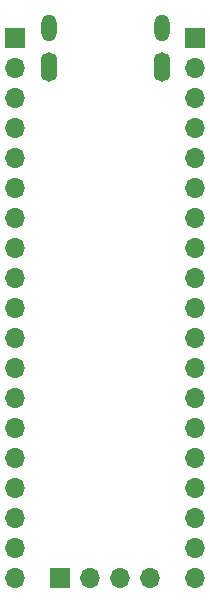
<source format=gbs>
G04 #@! TF.GenerationSoftware,KiCad,Pcbnew,7.0.10*
G04 #@! TF.CreationDate,2024-01-27T03:33:41-06:00*
G04 #@! TF.ProjectId,STM32H503CBT6,53544d33-3248-4353-9033-434254362e6b,rev?*
G04 #@! TF.SameCoordinates,Original*
G04 #@! TF.FileFunction,Soldermask,Bot*
G04 #@! TF.FilePolarity,Negative*
%FSLAX46Y46*%
G04 Gerber Fmt 4.6, Leading zero omitted, Abs format (unit mm)*
G04 Created by KiCad (PCBNEW 7.0.10) date 2024-01-27 03:33:41*
%MOMM*%
%LPD*%
G01*
G04 APERTURE LIST*
%ADD10O,1.400000X2.500000*%
%ADD11O,1.300000X2.300000*%
%ADD12R,1.700000X1.700000*%
%ADD13O,1.700000X1.700000*%
G04 APERTURE END LIST*
D10*
X98700000Y-59875000D03*
D11*
X98700000Y-56525000D03*
D10*
X89100000Y-59875000D03*
D11*
X89100000Y-56525000D03*
D12*
X90080000Y-103100000D03*
D13*
X92620000Y-103100000D03*
X95160000Y-103100000D03*
X97700000Y-103100000D03*
D12*
X101500000Y-57380000D03*
D13*
X101500000Y-59920000D03*
X101500000Y-62460000D03*
X101500000Y-65000000D03*
X101500000Y-67540000D03*
X101500000Y-70080000D03*
X101500000Y-72620000D03*
X101500000Y-75160000D03*
X101500000Y-77700000D03*
X101500000Y-80240000D03*
X101500000Y-82780000D03*
X101500000Y-85320000D03*
X101500000Y-87860000D03*
X101500000Y-90400000D03*
X101500000Y-92940000D03*
X101500000Y-95480000D03*
X101500000Y-98020000D03*
X101500000Y-100560000D03*
X101500000Y-103100000D03*
D12*
X86260000Y-57380000D03*
D13*
X86260000Y-59920000D03*
X86260000Y-62460000D03*
X86260000Y-65000000D03*
X86260000Y-67540000D03*
X86260000Y-70080000D03*
X86260000Y-72620000D03*
X86260000Y-75160000D03*
X86260000Y-77700000D03*
X86260000Y-80240000D03*
X86260000Y-82780000D03*
X86260000Y-85320000D03*
X86260000Y-87860000D03*
X86260000Y-90400000D03*
X86260000Y-92940000D03*
X86260000Y-95480000D03*
X86260000Y-98020000D03*
X86260000Y-100560000D03*
X86260000Y-103100000D03*
M02*

</source>
